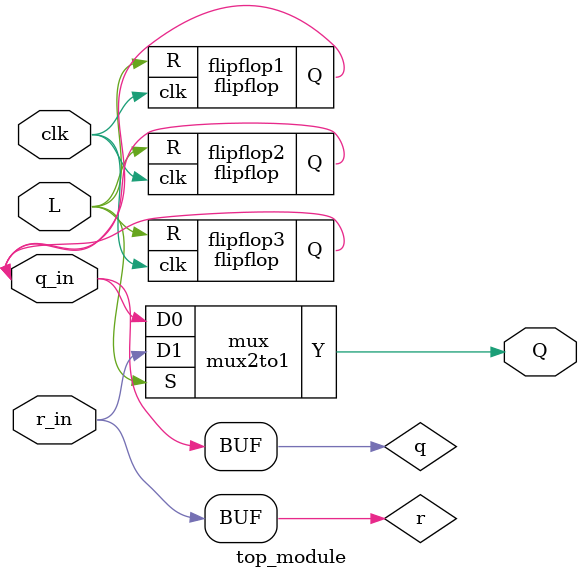
<source format=sv>
module flipflop(
    input clk,
    input R,
    output reg Q);

    always @(posedge clk) begin
        if (R) begin
            Q <= 0;
        end else begin
            Q <= 1;
        end
    end
endmodule
module mux2to1(
    input S,
    input D0,
    input D1,
    output reg Y);

    always @(S, D0, D1) begin
        if (S) begin
            Y <= D1;
        end else begin
            Y <= D0;
        end
    end
endmodule
module top_module(
    input clk,
    input L,
    input q_in,
    input r_in,
    output reg Q);

    wire r;
    wire q;

    assign r = r_in;
    assign q = q_in;

    flipflop flipflop1(.clk(clk), .R(L), .Q(q));
    flipflop flipflop2(.clk(clk), .R(L), .Q(q));
    flipflop flipflop3(.clk(clk), .R(L), .Q(q));

    mux2to1 mux(.S(L), .D0(q), .D1(r), .Y(Q));
endmodule

</source>
